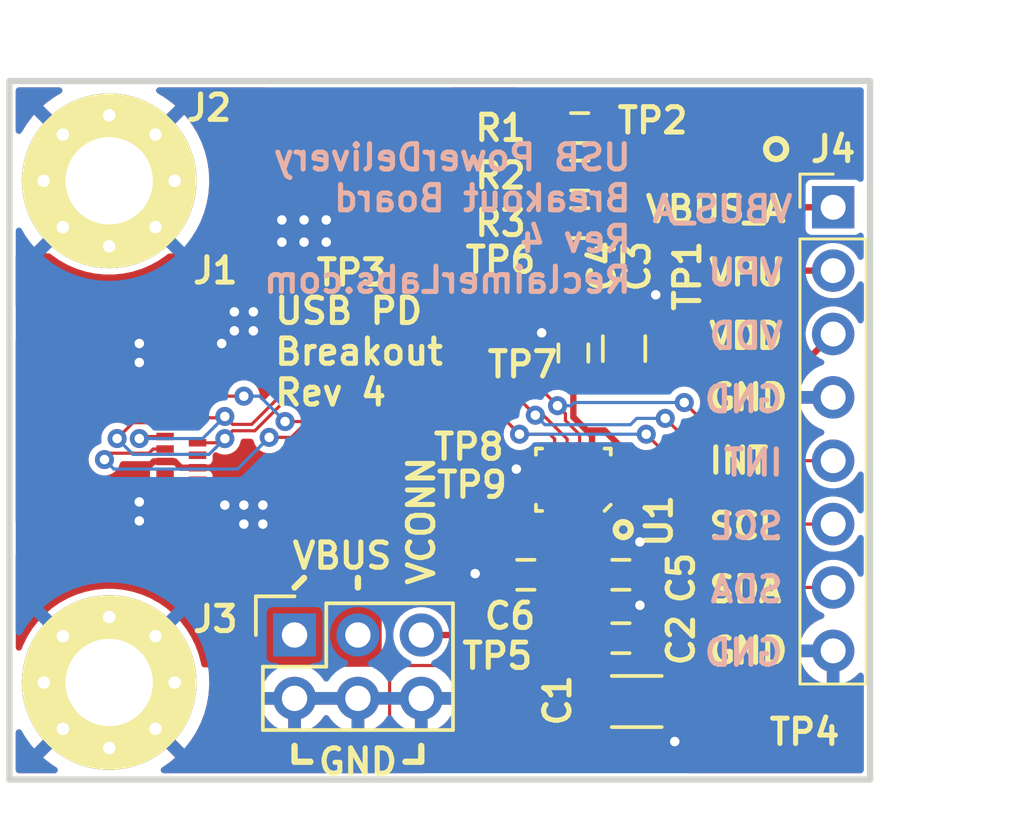
<source format=kicad_pcb>
(kicad_pcb (version 20211014) (generator pcbnew)
  (layers (0 "F.Cu" signal) (31 "B.Cu" signal) (34 "B.Paste" user) (35 "F.Paste" user) (36 "B.SilkS" user "B.Silkscreen") (37 "F.SilkS" user "F.Silkscreen") (38 "B.Mask" user) (39 "F.Mask" user) (44 "Edge.Cuts" user))
  (net 0 "")
  (net 1 "GND")
  (net 2 "Net-(J1-PadA2)")
  (net 3 "Net-(J1-PadA3)")
  (net 4 "Net-(J1-PadA8)")
  (net 5 "Net-(J1-PadA10)")
  (net 6 "Net-(J1-PadA11)")
  (net 7 "Net-(J1-PadB2)")
  (net 8 "Net-(J1-PadB3)")
  (net 9 "Net-(J1-PadB8)")
  (net 10 "Net-(J1-PadB10)")
  (net 11 "Net-(J1-PadB11)")
  (net 12 "/SDA")
  (net 13 "/SCL")
  (net 14 "/~{INT}")
  (net 15 "VCONN")
  (net 16 "VDD")
  (net 17 "/USBC_CC2")
  (net 18 "/USBC_CC1")
  (net 19 "VBUS_C")
  (net 20 "Net-(J1-PadSHLD)")
  (net 21 "VBUS_A")
  (net 22 "Net-(J2-Pad4)")
  (net 23 "Net-(J2-Pad6)")
  (net 24 "V_PULLUP")
  (net 25 "/USB20_D+")
  (net 26 "/USB20_D-")
  (footprint "Capacitors_SMD:C_1206" (layer "F.Cu") (at 126.746 98.472)
    (fp_text reference "C1" (at -3.175 -0.047 90) (layer "F.SilkS") (effects (font (size 1.016 1.016) (thickness 0.2032))))
    (fp_text value "10uF")
    (pad "1" smd rect locked (at -1.5 0) (size 1 1.6) (layers "F.Cu" "F.Paste" "F.Mask") (net 15 "VCONN"))
    (pad "2" smd rect locked (at 1.5 0) (size 1 1.6) (layers "F.Cu" "F.Paste" "F.Mask") (net 1 "GND"))
  )
  (footprint "Capacitors_SMD:C_0603" (layer "F.Cu") (at 126.111 95.932)
    (fp_text reference "C2" (at 2.413 0.08 90) (layer "F.SilkS") (effects (font (size 1.016 1.016) (thickness 0.2032))))
    (fp_text value "0.1uF")
    (pad "1" smd rect locked (at -0.75 0) (size 0.8 0.75) (layers "F.Cu" "F.Paste" "F.Mask") (net 15 "VCONN"))
    (pad "2" smd rect locked (at 0.75 0) (size 0.8 0.75) (layers "F.Cu" "F.Paste" "F.Mask") (net 1 "GND"))
  )
  (footprint "Capacitors_SMD:C_0805" (layer "F.Cu") (at 126.238 84.328 90)
    (fp_text reference "C3" (at 3.302 0.508 90) (layer "F.SilkS") (effects (font (size 1.016 1.016) (thickness 0.2032))))
    (fp_text value "1uF")
    (pad "1" smd rect locked (at -1 0 90) (size 1 1.25) (layers "F.Cu" "F.Paste" "F.Mask") (net 16 "VDD"))
    (pad "2" smd rect locked (at 1 0 90) (size 1 1.25) (layers "F.Cu" "F.Paste" "F.Mask") (net 1 "GND"))
  )
  (footprint "Capacitors_SMD:C_0603" (layer "F.Cu") (at 124.206 84.502 90)
    (fp_text reference "C4" (at 3.476 1.143 90) (layer "F.SilkS") (effects (font (size 1.016 1.016) (thickness 0.2032))))
    (fp_text value "0.1uF")
    (pad "1" smd rect locked (at -0.75 0 90) (size 0.8 0.75) (layers "F.Cu" "F.Paste" "F.Mask") (net 16 "VDD"))
    (pad "2" smd rect locked (at 0.75 0 90) (size 0.8 0.75) (layers "F.Cu" "F.Paste" "F.Mask") (net 1 "GND"))
  )
  (footprint "Capacitors_SMD:C_0603" (layer "F.Cu") (at 126.111 93.392)
    (fp_text reference "C5" (at 2.413 0.127 90) (layer "F.SilkS") (effects (font (size 1.016 1.016) (thickness 0.2032))))
    (fp_text value "470pF")
    (pad "1" smd rect locked (at -0.75 0) (size 0.8 0.75) (layers "F.Cu" "F.Paste" "F.Mask") (net 17 "/USBC_CC2"))
    (pad "2" smd rect locked (at 0.75 0) (size 0.8 0.75) (layers "F.Cu" "F.Paste" "F.Mask") (net 1 "GND"))
  )
  (footprint "Reclaimer_Labs:USB-C_Female_105450-0101" (layer "F.Cu") (at 105.725 87.6 -90)
    (fp_text reference "J1" (at -6.4 -4.13 180) (layer "F.SilkS") (effects (font (size 1.016 1.016) (thickness 0.2032))))
    (fp_text value "USB-C_Female")
    (pad "A1" smd rect locked (at -3 -3.415 270) (size 0.3 0.7) (layers "F.Cu" "F.Paste" "F.Mask") (net 1 "GND"))
    (pad "A2" smd rect locked (at -2.5 -3.415 270) (size 0.3 0.7) (layers "F.Cu" "F.Paste" "F.Mask") (net 2 "Net-(J1-PadA2)"))
    (pad "A3" smd rect locked (at -2 -3.415 270) (size 0.3 0.7) (layers "F.Cu" "F.Paste" "F.Mask") (net 3 "Net-(J1-PadA3)"))
    (pad "A4" smd rect locked (at -1.5 -3.415 270) (size 0.3 0.7) (layers "F.Cu" "F.Paste" "F.Mask") (net 19 "VBUS_C"))
    (pad "A5" smd rect locked (at -1 -3.415 270) (size 0.3 0.7) (layers "F.Cu" "F.Paste" "F.Mask") (net 18 "/USBC_CC1"))
    (pad "A6" smd rect locked (at -0.5 -3.415 270) (size 0.3 0.7) (layers "F.Cu" "F.Paste" "F.Mask") (net 25 "/USB20_D+"))
    (pad "A7" smd rect locked (at 0.5 -3.415 270) (size 0.3 0.7) (layers "F.Cu" "F.Paste" "F.Mask") (net 26 "/USB20_D-"))
    (pad "A8" smd rect locked (at 1 -3.415 270) (size 0.3 0.7) (layers "F.Cu" "F.Paste" "F.Mask") (net 4 "Net-(J1-PadA8)"))
    (pad "A9" smd rect locked (at 1.5 -3.415 270) (size 0.3 0.7) (layers "F.Cu" "F.Paste" "F.Mask") (net 19 "VBUS_C"))
    (pad "A10" smd rect locked (at 2 -3.415 270) (size 0.3 0.7) (layers "F.Cu" "F.Paste" "F.Mask") (net 5 "Net-(J1-PadA10)"))
    (pad "A11" smd rect locked (at 2.5 -3.415 270) (size 0.3 0.7) (layers "F.Cu" "F.Paste" "F.Mask") (net 6 "Net-(J1-PadA11)"))
    (pad "A12" smd rect locked (at 3 -3.415 270) (size 0.3 0.7) (layers "F.Cu" "F.Paste" "F.Mask") (net 1 "GND"))
    (pad "B1" smd rect locked (at 3.1 -2.115 270) (size 1 0.7) (layers "F.Cu" "F.Paste" "F.Mask") (net 1 "GND"))
    (pad "B2" smd rect locked (at 2.25 -2.115 270) (size 0.3 0.7) (layers "F.Cu" "F.Paste" "F.Mask") (net 7 "Net-(J1-PadB2)"))
    (pad "B3" smd rect locked (at 1.75 -2.115 270) (size 0.3 0.7) (layers "F.Cu" "F.Paste" "F.Mask") (net 8 "Net-(J1-PadB3)"))
    (pad "B4" smd rect locked (at 1.25 -2.115 270) (size 0.3 0.7) (layers "F.Cu" "F.Paste" "F.Mask") (net 19 "VBUS_C"))
    (pad "B5" smd rect locked (at 0.75 -2.115 270) (size 0.3 0.7) (layers "F.Cu" "F.Paste" "F.Mask") (net 17 "/USBC_CC2"))
    (pad "B6" smd rect locked (at 0.25 -2.115 270) (size 0.3 0.7) (layers "F.Cu" "F.Paste" "F.Mask") (net 25 "/USB20_D+"))
    (pad "B7" smd rect locked (at -0.25 -2.115 270) (size 0.3 0.7) (layers "F.Cu" "F.Paste" "F.Mask") (net 26 "/USB20_D-"))
    (pad "B8" smd rect locked (at -0.75 -2.115 270) (size 0.3 0.7) (layers "F.Cu" "F.Paste" "F.Mask") (net 9 "Net-(J1-PadB8)"))
    (pad "B9" smd rect locked (at -1.25 -2.115 270) (size 0.3 0.7) (layers "F.Cu" "F.Paste" "F.Mask") (net 19 "VBUS_C"))
    (pad "B10" smd rect locked (at -1.75 -2.115 270) (size 0.3 0.7) (layers "F.Cu" "F.Paste" "F.Mask") (net 10 "Net-(J1-PadB10)"))
    (pad "B11" smd rect locked (at -2.25 -2.115 270) (size 0.3 0.7) (layers "F.Cu" "F.Paste" "F.Mask") (net 11 "Net-(J1-PadB11)"))
    (pad "B12" smd rect locked (at -3.1 -2.115 270) (size 1 0.7) (layers "F.Cu" "F.Paste" "F.Mask") (net 1 "GND"))
    (pad "SHLD" smd oval locked (at 4.32 -3.005 270) (size 1.1 2.1) (layers *.Mask "F.Cu") (net 20 "Net-(J1-PadSHLD)"))
    (pad "SHLD" smd oval locked (at 4.32 2.355 270) (size 1.1 2.6) (layers *.Mask "F.Cu") (net 20 "Net-(J1-PadSHLD)"))
    (pad "SHLD" smd oval locked (at -4.32 2.355 270) (size 1.1 2.6) (layers *.Mask "F.Cu") (net 20 "Net-(J1-PadSHLD)"))
    (pad "SHLD" smd oval locked (at -4.32 -3.005 270) (size 1.1 2.1) (layers *.Mask "F.Cu") (net 20 "Net-(J1-PadSHLD)"))
  )
  (footprint "Reclaimer_Labs:USB_Micro-B_10118193" (layer "F.Cu") (at 115.57 76 180)
    (fp_text reference "J2" (at 5.969 1.324 180) (layer "F.SilkS") (effects (font (size 1.016 1.016) (thickness 0.2032))))
    (fp_text value "USB_OTG")
    (pad "1" smd rect locked (at -1.3 -1.725 270) (size 1.35 0.4) (layers "F.Cu" "F.Paste" "F.Mask") (net 21 "VBUS_A"))
    (pad "2" smd rect locked (at -0.65 -1.725 270) (size 1.35 0.4) (layers "F.Cu" "F.Paste" "F.Mask") (net 26 "/USB20_D-"))
    (pad "3" smd rect locked (at 0 -1.725 270) (size 1.35 0.4) (layers "F.Cu" "F.Paste" "F.Mask") (net 25 "/USB20_D+"))
    (pad "4" smd rect locked (at 0.65 -1.725 270) (size 1.35 0.4) (layers "F.Cu" "F.Paste" "F.Mask") (net 22 "Net-(J2-Pad4)"))
    (pad "5" smd rect locked (at 1.3 -1.725 270) (size 1.35 0.4) (layers "F.Cu" "F.Paste" "F.Mask") (net 1 "GND"))
    (pad "6" smd rect locked (at 1.2 0.95 270) (size 1.9 1.9) (layers "F.Cu" "F.Paste" "F.Mask") (net 23 "Net-(J2-Pad6)"))
    (pad "6" smd rect locked (at -1.2 0.95 270) (size 1.9 1.9) (layers "F.Cu" "F.Paste" "F.Mask") (net 23 "Net-(J2-Pad6)"))
    (pad "7" smd rect locked (at -3.2 -1.5 270) (size 1.6 1.4) (layers "F.Cu" "F.Paste" "F.Mask"))
    (pad "8" smd rect locked (at 3.2 -1.5 270) (size 1.6 1.4) (layers "F.Cu" "F.Paste" "F.Mask"))
    (pad "9" smd oval locked (at -3.3 0.95 180) (size 0.9 1.6) (layers "F.Cu" "F.Paste" "F.Mask"))
    (pad "10" smd oval locked (at 3.3 0.95 180) (size 0.9 1.6) (layers "F.Cu" "F.Paste" "F.Mask"))
  )
  (footprint "Capacitors_SMD:C_0603" (layer "F.Cu") (at 124.46 75.485 180)
    (fp_text reference "R1" (at 3.175 0 180) (layer "F.SilkS") (effects (font (size 1.016 1.016) (thickness 0.2032))))
    (fp_text value "4.7k")
    (pad "1" smd rect locked (at -0.75 0 180) (size 0.8 0.75) (layers "F.Cu" "F.Paste" "F.Mask") (net 24 "V_PULLUP"))
    (pad "2" smd rect locked (at 0.75 0 180) (size 0.8 0.75) (layers "F.Cu" "F.Paste" "F.Mask") (net 12 "/SDA"))
  )
  (footprint "Capacitors_SMD:C_0603" (layer "F.Cu") (at 124.46 77.39 180)
    (fp_text reference "R2" (at 3.175 0 180) (layer "F.SilkS") (effects (font (size 1.016 1.016) (thickness 0.2032))))
    (fp_text value "4.7k")
    (pad "1" smd rect locked (at -0.75 0 180) (size 0.8 0.75) (layers "F.Cu" "F.Paste" "F.Mask") (net 24 "V_PULLUP"))
    (pad "2" smd rect locked (at 0.75 0 180) (size 0.8 0.75) (layers "F.Cu" "F.Paste" "F.Mask") (net 13 "/SCL"))
  )
  (footprint "Capacitors_SMD:C_0603" (layer "F.Cu") (at 124.46 79.295 180)
    (fp_text reference "R3" (at 3.175 0 180) (layer "F.SilkS") (effects (font (size 1.016 1.016) (thickness 0.2032))))
    (fp_text value "4.7k")
    (pad "1" smd rect locked (at -0.75 0 180) (size 0.8 0.75) (layers "F.Cu" "F.Paste" "F.Mask") (net 24 "V_PULLUP"))
    (pad "2" smd rect locked (at 0.75 0 180) (size 0.8 0.75) (layers "F.Cu" "F.Paste" "F.Mask") (net 14 "/~{INT}"))
  )
  (footprint "Reclaimer_Labs:MLP_14" (layer "F.Cu") (at 124.206 89.582 180)
    (fp_text reference "U1" (at -3.429 -1.651 270) (layer "F.SilkS") (effects (font (size 1.016 1.016) (thickness 0.2032))))
    (fp_text value "FUSB302BMPX")
    (pad "1" smd rect locked (at -1.215 -0.5 270) (size 0.3 0.58) (layers "F.Cu" "F.Paste" "F.Mask") (net 17 "/USBC_CC2"))
    (pad "2" smd rect locked (at -1.215 0 270) (size 0.3 0.58) (layers "F.Cu" "F.Paste" "F.Mask") (net 19 "VBUS_C"))
    (pad "3" smd rect locked (at -1.215 0.5 270) (size 0.3 0.58) (layers "F.Cu" "F.Paste" "F.Mask") (net 16 "VDD"))
    (pad "4" smd rect locked (at -0.75 1.215 180) (size 0.3 0.58) (layers "F.Cu" "F.Paste" "F.Mask") (net 16 "VDD"))
    (pad "5" smd rect locked (at -0.25 1.215 180) (size 0.3 0.58) (layers "F.Cu" "F.Paste" "F.Mask") (net 14 "/~{INT}"))
    (pad "6" smd rect locked (at 0.25 1.215 180) (size 0.3 0.58) (layers "F.Cu" "F.Paste" "F.Mask") (net 13 "/SCL"))
    (pad "7" smd rect locked (at 0.75 1.215 180) (size 0.3 0.58) (layers "F.Cu" "F.Paste" "F.Mask") (net 12 "/SDA"))
    (pad "8" smd rect locked (at 1.215 0.5 270) (size 0.3 0.58) (layers "F.Cu" "F.Paste" "F.Mask") (net 1 "GND"))
    (pad "9" smd rect locked (at 1.215 0 270) (size 0.3 0.58) (layers "F.Cu" "F.Paste" "F.Mask") (net 1 "GND"))
    (pad "10" smd rect locked (at 1.215 -0.5 270) (size 0.3 0.58) (layers "F.Cu" "F.Paste" "F.Mask") (net 18 "/USBC_CC1"))
    (pad "11" smd rect locked (at 0.75 -1.215 180) (size 0.3 0.58) (layers "F.Cu" "F.Paste" "F.Mask") (net 18 "/USBC_CC1"))
    (pad "12" smd rect locked (at 0.25 -1.215 180) (size 0.3 0.58) (layers "F.Cu" "F.Paste" "F.Mask") (net 15 "VCONN"))
    (pad "13" smd rect locked (at -0.25 -1.215 180) (size 0.3 0.58) (layers "F.Cu" "F.Paste" "F.Mask") (net 15 "VCONN"))
    (pad "14" smd rect locked (at -0.75 -1.215 180) (size 0.3 0.58) (layers "F.Cu" "F.Paste" "F.Mask") (net 17 "/USBC_CC2"))
    (pad "15" smd rect locked (at 0 0 270) (size 1.45 1.45) (layers "F.Cu" "F.Paste" "F.Mask") (net 1 "GND"))
  )
  (footprint "Socket_Strips:Socket_Strip_Straight_2x03" (layer "F.Cu") (at 113.03 95.805)
    (fp_text reference "J3" (at -3.175 -0.635 180) (layer "F.SilkS") (effects (font (size 1.016 1.016) (thickness 0.2032))))
    (fp_text value "CONN_02X03")
    (pad "1" thru_hole rect locked (at 0 0) (size 1.7272 1.7272) (drill 1.016) (layers *.Cu *.Mask) (net 19 "VBUS_C"))
    (pad "2" thru_hole oval locked (at 0 2.54) (size 1.7272 1.7272) (drill 1.016) (layers *.Cu *.Mask) (net 1 "GND"))
    (pad "3" thru_hole oval locked (at 2.54 0) (size 1.7272 1.7272) (drill 1.016) (layers *.Cu *.Mask) (net 19 "VBUS_C"))
    (pad "4" thru_hole oval locked (at 2.54 2.54) (size 1.7272 1.7272) (drill 1.016) (layers *.Cu *.Mask) (net 1 "GND"))
    (pad "5" thru_hole oval locked (at 5.08 0) (size 1.7272 1.7272) (drill 1.016) (layers *.Cu *.Mask) (net 15 "VCONN"))
    (pad "6" thru_hole oval locked (at 5.08 2.54) (size 1.7272 1.7272) (drill 1.016) (layers *.Cu *.Mask) (net 1 "GND"))
  )
  (footprint "Reclaimer_Labs:MountingHole_3.5mm_Pad_Via" (layer "F.Cu") (at 105.6 97.71)
    (fp_text reference "X1" hide)
    (fp_text value "MTHOLE")
    (pad "1" thru_hole circle locked (at 0 2.625) (size 0.6 0.6) (drill 0.5) (layers *.Cu *.Mask) (net 1 "GND"))
    (pad "1" thru_hole circle locked (at 0 -2.625) (size 0.6 0.6) (drill 0.5) (layers *.Cu *.Mask) (net 1 "GND"))
    (pad "1" thru_hole circle locked (at -1.856155 -1.856155) (size 0.6 0.6) (drill 0.5) (layers *.Cu *.Mask) (net 1 "GND"))
    (pad "1" thru_hole circle locked (at -2.625 0) (size 0.6 0.6) (drill 0.5) (layers *.Cu *.Mask) (net 1 "GND"))
    (pad "1" thru_hole circle locked (at 2.625 0) (size 0.6 0.6) (drill 0.5) (layers *.Cu *.Mask) (net 1 "GND"))
    (pad "1" thru_hole circle locked (at 0 0) (size 7 7) (drill 3.5) (layers *.Cu *.Mask "F.SilkS") (net 1 "GND"))
    (pad "1" thru_hole circle locked (at 1.856155 1.856155) (size 0.6 0.6) (drill 0.5) (layers *.Cu *.Mask) (net 1 "GND"))
    (pad "1" thru_hole circle locked (at 1.856155 -1.856155) (size 0.6 0.6) (drill 0.5) (layers *.Cu *.Mask) (net 1 "GND"))
    (pad "1" thru_hole circle locked (at -1.856155 1.856155) (size 0.6 0.6) (drill 0.5) (layers *.Cu *.Mask) (net 1 "GND"))
  )
  (footprint "Reclaimer_Labs:MountingHole_3.5mm_Pad_Via" (layer "F.Cu") (at 105.6 77.6)
    (fp_text reference "X2" hide)
    (fp_text value "MTHOLE")
    (pad "1" thru_hole circle locked (at -2.625 0) (size 0.6 0.6) (drill 0.5) (layers *.Cu *.Mask) (net 1 "GND"))
    (pad "1" thru_hole circle locked (at 1.856155 1.856155) (size 0.6 0.6) (drill 0.5) (layers *.Cu *.Mask) (net 1 "GND"))
    (pad "1" thru_hole circle locked (at 1.856155 -1.856155) (size 0.6 0.6) (drill 0.5) (layers *.Cu *.Mask) (net 1 "GND"))
    (pad "1" thru_hole circle locked (at 0 2.625) (size 0.6 0.6) (drill 0.5) (layers *.Cu *.Mask) (net 1 "GND"))
    (pad "1" thru_hole circle locked (at 0 -2.625) (size 0.6 0.6) (drill 0.5) (layers *.Cu *.Mask) (net 1 "GND"))
    (pad "1" thru_hole circle locked (at -1.856155 -1.856155) (size 0.6 0.6) (drill 0.5) (layers *.Cu *.Mask) (net 1 "GND"))
    (pad "1" thru_hole circle locked (at 2.625 0) (size 0.6 0.6) (drill 0.5) (layers *.Cu *.Mask) (net 1 "GND"))
    (pad "1" thru_hole circle locked (at 0 0) (size 7 7) (drill 3.5) (layers *.Cu *.Mask "F.SilkS") (net 1 "GND"))
    (pad "1" thru_hole circle locked (at -1.856155 1.856155) (size 0.6 0.6) (drill 0.5) (layers *.Cu *.Mask) (net 1 "GND"))
  )
  (footprint "Socket_Strips:Socket_Strip_Straight_1x08_Pitch2.54mm" (layer "F.Cu") (at 134.62 78.66)
    (fp_text reference "J4" (at 0 -2.33) (layer "F.SilkS") (effects (font (size 1.016 1.016) (thickness 0.2032))))
    (fp_text value "Conn_01x08_Male")
    (pad "1" thru_hole rect locked (at 0 0) (size 1.7 1.7) (drill 1) (layers *.Cu *.Mask) (net 21 "VBUS_A"))
    (pad "2" thru_hole oval locked (at 0 2.54) (size 1.7 1.7) (drill 1) (layers *.Cu *.Mask) (net 24 "V_PULLUP"))
    (pad "3" thru_hole oval locked (at 0 5.08) (size 1.7 1.7) (drill 1) (layers *.Cu *.Mask) (net 16 "VDD"))
    (pad "4" thru_hole oval locked (at 0 7.62) (size 1.7 1.7) (drill 1) (layers *.Cu *.Mask) (net 1 "GND"))
    (pad "5" thru_hole oval locked (at 0 10.16) (size 1.7 1.7) (drill 1) (layers *.Cu *.Mask) (net 14 "/~{INT}"))
    (pad "6" thru_hole oval locked (at 0 12.7) (size 1.7 1.7) (drill 1) (layers *.Cu *.Mask) (net 13 "/SCL"))
    (pad "7" thru_hole oval locked (at 0 15.24) (size 1.7 1.7) (drill 1) (layers *.Cu *.Mask) (net 12 "/SDA"))
    (pad "8" thru_hole oval locked (at 0 17.78) (size 1.7 1.7) (drill 1) (layers *.Cu *.Mask) (net 1 "GND"))
  )
  (footprint "Jason_Custom_Home:TP" (layer "F.Cu") (at 128.905 83.82)
    (fp_text reference "TP1" (at -0.127 -2.413 90) (layer "F.SilkS") (effects (font (size 1.016 1.016) (thickness 0.2032))))
    (fp_text value "TEST_1P" hide)
    (pad "1" smd circle locked (at 0 0) (size 1.27 1.27) (layers "F.Cu" "F.Mask") (net 16 "VDD"))
  )
  (footprint "Jason_Custom_Home:TP" (layer "F.Cu") (at 127.381 77.089)
    (fp_text reference "TP2" (at 0 -1.905) (layer "F.SilkS") (effects (font (size 1.016 1.016) (thickness 0.2032))))
    (fp_text value "TEST_1P" hide)
    (pad "1" smd circle locked (at 0 0) (size 1.27 1.27) (layers "F.Cu" "F.Mask") (net 24 "V_PULLUP"))
  )
  (footprint "Jason_Custom_Home:TP" (layer "F.Cu") (at 117.602 80.899)
    (fp_text reference "TP3" (at -2.286 0.381) (layer "F.SilkS") (effects (font (size 1.016 1.016) (thickness 0.2032))))
    (fp_text value "TEST_1P" hide)
    (pad "1" smd circle locked (at 0 0) (size 1.27 1.27) (layers "F.Cu" "F.Mask") (net 21 "VBUS_A"))
  )
  (footprint "Jason_Custom_Home:TP" (layer "F.Cu") (at 130.937 99.695)
    (fp_text reference "TP4" (at 2.54 0) (layer "F.SilkS") (effects (font (size 1.016 1.016) (thickness 0.2032))))
    (fp_text value "TEST_1P" hide)
    (pad "1" smd circle locked (at 0 0) (size 1.27 1.27) (layers "F.Cu" "F.Mask") (net 19 "VBUS_C"))
  )
  (footprint "Jason_Custom_Home:TP" (layer "F.Cu") (at 123.571 96.266)
    (fp_text reference "TP5" (at -2.413 0.381) (layer "F.SilkS") (effects (font (size 1.016 1.016) (thickness 0.2032))))
    (fp_text value "TEST_1P" hide)
    (pad "1" smd circle locked (at 0 0) (size 1.27 1.27) (layers "F.Cu" "F.Mask") (net 15 "VCONN"))
  )
  (footprint "Jason_Custom_Home:TP" (layer "F.Cu") (at 123.444 81.788)
    (fp_text reference "TP6" (at -2.159 -1.016) (layer "F.SilkS") (effects (font (size 1.016 1.016) (thickness 0.2032))))
    (fp_text value "TEST_1P" hide)
    (pad "1" smd circle locked (at 0 0) (size 1.27 1.27) (layers "F.Cu" "F.Mask") (net 14 "/~{INT}"))
  )
  (footprint "Jason_Custom_Home:TP" (layer "F.Cu") (at 120.777 83.185)
    (fp_text reference "TP7" (at 1.397 1.778 180) (layer "F.SilkS") (effects (font (size 1.016 1.016) (thickness 0.2032))))
    (fp_text value "TEST_1P" hide)
    (pad "1" smd circle locked (at 0 0) (size 1.27 1.27) (layers "F.Cu" "F.Mask") (net 13 "/SCL"))
  )
  (footprint "Jason_Custom_Home:TP" (layer "F.Cu") (at 119.761 86.487)
    (fp_text reference "TP8" (at 0.254 1.778 180) (layer "F.SilkS") (effects (font (size 1.016 1.016) (thickness 0.2032))))
    (fp_text value "TEST_1P" hide)
    (pad "1" smd circle locked (at 0 0) (size 1.27 1.27) (layers "F.Cu" "F.Mask") (net 12 "/SDA"))
  )
  (footprint "Jason_Custom_Home:TP" (layer "F.Cu") (at 119.761 91.567)
    (fp_text reference "TP9" (at 0.381 -1.778 180) (layer "F.SilkS") (effects (font (size 1.016 1.016) (thickness 0.2032))))
    (fp_text value "TEST_1P" hide)
    (pad "1" smd circle locked (at 0 0) (size 1.27 1.27) (layers "F.Cu" "F.Mask") (net 1 "GND"))
  )
  (footprint "Capacitors_SMD:C_0603" (layer "F.Cu") (at 122.301 93.392 180)
    (fp_text reference "C6" (at 0.635 -1.651) (layer "F.SilkS") (effects (font (size 1.016 1.016) (thickness 0.2032))))
    (fp_text value "470pF")
    (pad "1" smd rect locked (at -0.75 0 180) (size 0.8 0.75) (layers "F.Cu" "F.Paste" "F.Mask") (net 18 "/USBC_CC1"))
    (pad "2" smd rect locked (at 0.75 0 180) (size 0.8 0.75) (layers "F.Cu" "F.Paste" "F.Mask") (net 1 "GND"))
  )
  (gr_line (start 117.475 100.885) (end 118.11 100.885) (layer "F.SilkS") (width 0.254))
  (gr_line (start 118.11 100.885) (end 118.11 100.25) (layer "F.SilkS") (width 0.254))
  (gr_line (start 113.665 100.885) (end 113.03 100.885) (layer "F.SilkS") (width 0.254))
  (gr_line (start 113.03 100.885) (end 113.03 100.25) (layer "F.SilkS") (width 0.254))
  (gr_line (start 113.03 93.9) (end 113.411 93.519) (layer "F.SilkS") (width 0.254))
  (gr_circle (center 132.334 76.327) (end 132.715 76.454) (layer "F.SilkS") (width 0.254) (fill none))
  (gr_line (start 115.57 93.9) (end 115.57 93.519) (layer "F.SilkS") (width 0.254))
  (gr_line (start 101.6 73.6) (end 136.1 73.6) (layer "Edge.Cuts") (width 0.254))
  (gr_line (start 101.6 101.6) (end 101.6 73.6) (layer "Edge.Cuts") (width 0.254))
  (gr_line (start 136.1 101.6) (end 101.6 101.6) (layer "Edge.Cuts") (width 0.254))
  (gr_line (start 136.1 73.6) (end 136.1 101.6) (layer "Edge.Cuts") (width 0.254))
  (gr_text "GND" (at 132.715 96.52) (layer "B.SilkS") (effects (font (size 1.016 1.016) (thickness 0.2032)) (justify left mirror)))
  (gr_text "SCL" (at 132.715 91.44) (layer "B.SilkS") (effects (font (size 1.016 1.016) (thickness 0.2032)) (justify left mirror)))
  (gr_text "VBUS_A" (at 133.096 78.74) (layer "B.SilkS") (effects (font (size 1.016 1.016) (thickness 0.2032)) (justify left mirror)))
  (gr_text "VPU" (at 132.715 81.28) (layer "B.SilkS") (effects (font (size 1.016 1.016) (thickness 0.2032)) (justify left mirror)))
  (gr_text "INT" (at 132.715 88.9) (layer "B.SilkS") (effects (font (size 1.016 1.016) (thickness 0.2032)) (justify left mirror)))
  (gr_text "SDA" (at 132.715 93.98) (layer "B.SilkS") (effects (font (size 1.016 1.016) (thickness 0.2032)) (justify left mirror)))
  (gr_text "GND" (at 132.715 86.36) (layer "B.SilkS") (effects (font (size 1.016 1.016) (thickness 0.2032)) (justify left mirror)))
  (gr_text "VDD" (at 132.715 83.82) (layer "B.SilkS") (effects (font (size 1.016 1.016) (thickness 0.2032)) (justify left mirror)))
  (gr_text "USB PowerDelivery\nBreakout Board\nRev 4\nReclaimerLabs.com" (at 126.619 79.121) (layer "B.SilkS") (effects (font (size 1.016 1.016) (thickness 0.2032)) (justify left mirror)))
  (gr_text "VDD" (at 129.54 83.82) (layer "F.SilkS") (effects (font (size 1.016 1.016) (thickness 0.2032)) (justify left)))
  (gr_text "GND" (at 115.57 100.885) (layer "F.SilkS") (effects (font (size 1.016 1.016) (thickness 0.2032))))
  (gr_text "VBUS_A" (at 127 78.74) (layer "F.SilkS") (effects (font (size 1.016 1.016) (thickness 0.2032)) (justify left)))
  (gr_text "USB PD\nBreakout\nRev 4" (at 112.141 84.455) (layer "F.SilkS") (effects (font (size 1.016 1.016) (thickness 0.2032)) (justify left)))
  (gr_text "VCONN" (at 118.11 93.9 90) (layer "F.SilkS") (effects (font (size 1.016 1.016) (thickness 0.2032)) (justify left)))
  (gr_text "SDA" (at 129.54 93.98) (layer "F.SilkS") (effects (font (size 1.016 1.016) (thickness 0.2032)) (justify left)))
  (gr_text "SCL" (at 129.54 91.44) (layer "F.SilkS") (effects (font (size 1.016 1.016) (thickness 0.2032)) (justify left)))
  (gr_text "VBUS" (at 114.935 92.63) (layer "F.SilkS") (effects (font (size 1.016 1.016) (thickness 0.2032))))
  (gr_text "INT" (at 129.54 88.82) (layer "F.SilkS") (effects (font (size 1.016 1.016) (thickness 0.2032)) (justify left)))
  (gr_text "VPU" (at 129.54 81.28) (layer "F.SilkS") (effects (font (size 1.016 1.016) (thickness 0.2032)) (justify left)))
  (gr_text "GND" (at 129.54 96.44) (layer "F.SilkS") (effects (font (size 1.016 1.016) (thickness 0.2032)) (justify left)))
  (gr_text "GND" (at 129.54 86.28) (layer "F.SilkS") (effects (font (size 1.016 1.016) (thickness 0.2032)) (justify left)))
  (segment (start 107.19 84.5) (end 106.807 84.883) (width 0.254) (layer "F.Cu") (net 1))
  (segment (start 109.11 84.6) (end 107.94 84.6) (width 0.254) (layer "F.Cu") (net 1))
  (segment (start 126.238 83.328) (end 126.349 83.328) (width 0.254) (layer "F.Cu") (net 1))
  (segment (start 119.761 92.837) (end 119.761 91.567) (width 0.127) (layer "F.Cu") (net 1))
  (segment (start 126.861 94.627) (end 126.873 94.615) (width 0.254) (layer "F.Cu") (net 1))
  (segment (start 126.861 92.087) (end 126.873 92.075) (width 0.254) (layer "F.Cu") (net 1))
  (segment (start 110.234 90.6) (end 110.236 90.598) (width 0.254) (layer "F.Cu") (net 1))
  (segment (start 107.94 84.6) (end 107.84 84.5) (width 0.254) (layer "F.Cu") (net 1))
  (segment (start 110.617 83.613) (end 110.617 82.851) (width 0.254) (layer "F.Cu") (net 1))
  (segment (start 124.63 83.328) (end 124.206 83.752) (width 0.254) (layer "F.Cu") (net 1))
  (segment (start 120.316 93.392) (end 120.269 93.345) (width 0.127) (layer "F.Cu") (net 1))
  (segment (start 114.27 79.138) (end 114.3 79.168) (width 0.254) (layer "F.Cu") (net 1))
  (segment (start 120.269 93.345) (end 119.761 92.837) (width 0.127) (layer "F.Cu") (net 1))
  (segment (start 122.991 89.582) (end 124.206 89.582) (width 0.127) (layer "F.Cu") (net 1))
  (segment (start 122.995 83.752) (end 122.936 83.693) (width 0.254) (layer "F.Cu") (net 1))
  (segment (start 110.998 90.598) (end 111.76 90.598) (width 0.254) (layer "F.Cu") (net 1))
  (segment (start 122.991 89.582) (end 122.574 89.582) (width 0.127) (layer "F.Cu") (net 1))
  (segment (start 109.63 84.6) (end 110.109 84.121) (width 0.254) (layer "F.Cu") (net 1))
  (segment (start 128.246 98.472) (end 128.246 100.052) (width 0.254) (layer "F.Cu") (net 1))
  (segment (start 111.379 82.851) (end 111.379 83.613) (width 0.254) (layer "F.Cu") (net 1))
  (segment (start 122.574 89.582) (end 122.146 89.154) (width 0.127) (layer "F.Cu") (net 1))
  (segment (start 121.551 93.392) (end 120.316 93.392) (width 0.127) (layer "F.Cu") (net 1))
  (segment (start 111.76 91.36) (end 110.998 91.36) (width 0.254) (layer "F.Cu") (net 1))
  (segment (start 123.706 89.082) (end 124.206 89.582) (width 0.127) (layer "F.Cu") (net 1))
  (segment (start 107.84 90.7) (end 106.832 90.7) (width 0.254) (layer "F.Cu") (net 1))
  (segment (start 113.411 79.168) (end 112.522 79.168) (width 0.254) (layer "F.Cu") (net 1))
  (segment (start 126.861 93.392) (end 126.861 92.087) (width 0.254) (layer "F.Cu") (net 1))
  (segment (start 126.861 94.603) (end 126.873 94.615) (width 0.254) (layer "F.Cu") (net 1))
  (segment (start 126.349 83.328) (end 127.508 82.169) (width 0.254) (layer "F.Cu") (net 1))
  (segment (start 109.11 90.6) (end 107.94 90.6) (width 0.254) (layer "F.Cu") (net 1))
  (segment (start 122.574 89.082) (end 122.502 89.154) (width 0.127) (layer "F.Cu") (net 1))
  (segment (start 122.502 89.154) (end 122.146 89.154) (width 0.127) (layer "F.Cu") (net 1))
  (segment (start 106.832 90.7) (end 106.807 90.725) (width 0.254) (layer "F.Cu") (net 1))
  (segment (start 114.3 80.057) (end 113.411 80.057) (width 0.254) (layer "F.Cu") (net 1))
  (segment (start 107.84 84.5) (end 107.19 84.5) (width 0.254) (layer "F.Cu") (net 1))
  (segment (start 114.27 77.725) (end 114.27 79.138) (width 0.254) (layer "F.Cu") (net 1))
  (segment (start 107.94 90.6) (end 107.84 90.7) (width 0.254) (layer "F.Cu") (net 1))
  (segment (start 124.206 83.752) (end 122.995 83.752) (width 0.254) (layer "F.Cu") (net 1))
  (segment (start 126.861 93.392) (end 126.861 94.603) (width 0.254) (layer "F.Cu") (net 1))
  (segment (start 126.861 95.932) (end 126.861 94.627) (width 0.254) (layer "F.Cu") (net 1))
  (segment (start 107.036 90.7) (end 106.807 90.471) (width 0.254) (layer "F.Cu") (net 1))
  (segment (start 122.991 89.082) (end 123.706 89.082) (width 0.127) (layer "F.Cu") (net 1))
  (segment (start 128.246 100.052) (end 128.27 100.076) (width 0.254) (layer "F.Cu") (net 1))
  (segment (start 122.146 89.154) (end 121.92 89.154) (width 0.127) (layer "F.Cu") (net 1))
  (segment (start 109.11 84.6) (end 109.63 84.6) (width 0.254) (layer "F.Cu") (net 1))
  (segment (start 107.84 90.7) (end 107.036 90.7) (width 0.254) (layer "F.Cu") (net 1))
  (segment (start 109.11 90.6) (end 110.234 90.6) (width 0.254) (layer "F.Cu") (net 1))
  (segment (start 122.991 89.082) (end 122.574 89.082) (width 0.127) (layer "F.Cu") (net 1))
  (segment (start 126.238 83.328) (end 124.63 83.328) (width 0.254) (layer "F.Cu") (net 1))
  (via (at 126.873 92.075) (size 0.762) (drill 0.381) (layers "F.Cu" "B.Cu") (net 1))
  (via (at 113.411 79.168) (size 0.762) (drill 0.381) (layers "F.Cu" "B.Cu") (net 1))
  (via (at 111.379 82.851) (size 0.762) (drill 0.381) (layers "F.Cu" "B.Cu") (net 1))
  (via (at 106.807 91.233) (size 0.762) (drill 0.381) (layers "F.Cu" "B.Cu") (net 1))
  (via (at 114.3 79.168) (size 0.762) (drill 0.381) (layers "F.Cu" "B.Cu") (net 1))
  (via (at 112.522 79.168) (size 0.762) (drill 0.381) (layers "F.Cu" "B.Cu") (net 1))
  (via (at 114.3 80.057) (size 0.762) (drill 0.381) (layers "F.Cu" "B.Cu") (net 1))
  (via (at 128.27 100.076) (size 0.762) (drill 0.381) (layers "F.Cu" "B.Cu") (net 1))
  (via (at 110.617 83.613) (size 0.762) (drill 0.381) (layers "F.Cu" "B.Cu") (net 1))
  (via (at 106.807 84.883) (size 0.762) (drill 0.381) (layers "F.Cu" "B.Cu") (net 1))
  (via (at 106.807 90.471) (size 0.762) (drill 0.381) (layers "F.Cu" "B.Cu") (net 1))
  (via (at 106.807 84.121) (size 0.762) (drill 0.381) (layers "F.Cu" "B.Cu") (net 1))
  (via (at 127.508 82.169) (size 0.762) (drill 0.381) (layers "F.Cu" "B.Cu") (net 1))
  (via (at 110.998 91.36) (size 0.762) (drill 0.381) (layers "F.Cu" "B.Cu") (net 1))
  (via (at 120.269 93.345) (size 0.762) (drill 0.381) (layers "F.Cu" "B.Cu") (net 1))
  (via (at 110.109 84.121) (size 0.762) (drill 0.381) (layers "F.Cu" "B.Cu") (net 1))
  (via (at 113.411 80.057) (size 0.762) (drill 0.381) (layers "F.Cu" "B.Cu") (net 1))
  (via (at 111.76 90.598) (size 0.762) (drill 0.381) (layers "F.Cu" "B.Cu") (net 1))
  (via (at 111.76 91.36) (size 0.762) (drill 0.381) (layers "F.Cu" "B.Cu") (net 1))
  (via (at 110.998 90.598) (size 0.762) (drill 0.381) (layers "F.Cu" "B.Cu") (net 1))
  (via (at 126.873 94.615) (size 0.762) (drill 0.381) (layers "F.Cu" "B.Cu") (net 1))
  (via (at 121.92 89.154) (size 0.762) (drill 0.381) (layers "F.Cu" "B.Cu") (net 1))
  (via (at 110.617 82.851) (size 0.762) (drill 0.381) (layers "F.Cu" "B.Cu") (net 1))
  (via (at 112.522 80.057) (size 0.762) (drill 0.381) (layers "F.Cu" "B.Cu") (net 1))
  (via (at 110.236 90.598) (size 0.762) (drill 0.381) (layers "F.Cu" "B.Cu") (net 1))
  (via (at 122.936 83.693) (size 0.762) (drill 0.381) (layers "F.Cu" "B.Cu") (net 1))
  (via (at 111.379 83.613) (size 0.762) (drill 0.381) (layers "F.Cu" "B.Cu") (net 1))
  (segment (start 112.522 79.93) (end 112.395 80.057) (width 0.254) (layer "B.Cu") (net 1))
  (segment (start 106.807 90.471) (end 106.807 91.233) (width 0.254) (layer "B.Cu") (net 1))
  (segment (start 111.76 90.598) (end 111.76 91.36) (width 0.254) (layer "B.Cu") (net 1))
  (segment (start 112.522 79.168) (end 112.522 79.93) (width 0.254) (layer "B.Cu") (net 1))
  (segment (start 113.411 80.057) (end 113.411 79.168) (width 0.254) (layer "B.Cu") (net 1))
  (segment (start 110.109 84.121) (end 110.617 83.613) (width 0.254) (layer "B.Cu") (net 1))
  (segment (start 106.807 84.883) (end 106.807 84.121) (width 0.254) (layer "B.Cu") (net 1))
  (segment (start 110.617 82.851) (end 111.379 82.851) (width 0.254) (layer "B.Cu") (net 1))
  (segment (start 110.236 90.598) (end 110.998 90.598) (width 0.254) (layer "B.Cu") (net 1))
  (segment (start 114.3 79.168) (end 114.3 80.057) (width 0.254) (layer "B.Cu") (net 1))
  (segment (start 120.904 86.614) (end 122.047 87.757) (width 0.127) (layer "F.Cu") (net 12))
  (segment (start 120.904 86.487) (end 120.904 84.836) (width 0.127) (layer "F.Cu") (net 12))
  (segment (start 123.456 87.95) (end 123.263 87.757) (width 0.127) (layer "F.Cu") (net 12))
  (segment (start 120.904 84.836) (end 119.761 83.693) (width 0.127) (layer "F.Cu") (net 12))
  (segment (start 123.263 87.757) (end 122.047 87.757) (width 0.127) (layer "F.Cu") (net 12))
  (segment (start 119.761 80.899) (end 122.301 78.359) (width 0.127) (layer "F.Cu") (net 12))
  (segment (start 119.761 83.693) (end 119.761 80.899) (width 0.127) (layer "F.Cu") (net 12))
  (segment (start 134.62 93.9) (end 133.27 93.9) (width 0.127) (layer "F.Cu") (net 12))
  (segment (start 122.301 76.073) (end 122.889 75.485) (width 0.127) (layer "F.Cu") (net 12))
  (segment (start 133.27 93.9) (end 127.127 87.757) (width 0.127) (layer "F.Cu") (net 12))
  (segment (start 122.301 78.359) (end 122.301 76.073) (width 0.127) (layer "F.Cu") (net 12))
  (segment (start 123.456 88.367) (end 123.456 87.95) (width 0.127) (layer "F.Cu") (net 12))
  (segment (start 120.904 86.487) (end 119.761 86.487) (width 0.127) (layer "F.Cu") (net 12))
  (segment (start 120.904 86.487) (end 120.904 86.614) (width 0.127) (layer "F.Cu") (net 12))
  (segment (start 122.889 75.485) (end 123.71 75.485) (width 0.127) (layer "F.Cu") (net 12))
  (via (at 127.127 87.757) (size 0.762) (drill 0.381) (layers "F.Cu" "B.Cu") (net 12))
  (via (at 122.047 87.757) (size 0.762) (drill 0.381) (layers "F.Cu" "B.Cu") (net 12))
  (segment (start 122.047 87.757) (end 123.063 87.757) (width 0.127) (layer "B.Cu") (net 12))
  (segment (start 123.063 87.757) (end 127.127 87.757) (width 0.127) (layer "B.Cu") (net 12))
  (segment (start 123.685 77.39) (end 123.71 77.39) (width 0.127) (layer "F.Cu") (net 13))
  (segment (start 121.793 85.725) (end 121.793 83.185) (width 0.127) (layer "F.Cu") (net 13))
  (segment (start 123.956 87.95) (end 123.001 86.995) (width 0.127) (layer "F.Cu") (net 13))
  (segment (start 121.675025 83.185) (end 121.793 83.185) (width 0.127) (layer "F.Cu") (net 13))
  (segment (start 121.793 79.282) (end 123.685 77.39) (width 0.127) (layer "F.Cu") (net 13))
  (segment (start 121.793 83.185) (end 121.793 79.282) (width 0.127) (layer "F.Cu") (net 13))
  (segment (start 127.889 87.122) (end 132.127 91.36) (width 0.127) (layer "F.Cu") (net 13))
  (segment (start 123.956 88.367) (end 123.956 87.95) (width 0.127) (layer "F.Cu") (net 13))
  (segment (start 132.127 91.36) (end 134.62 91.36) (width 0.127) (layer "F.Cu") (net 13))
  (segment (start 121.793 85.787) (end 121.793 85.725) (width 0.127) (layer "F.Cu") (net 13))
  (segment (start 120.777 83.185) (end 121.675025 83.185) (width 0.127) (layer "F.Cu") (net 13))
  (segment (start 122.682 86.995) (end 121.793 86.106) (width 0.127) (layer "F.Cu") (net 13))
  (segment (start 121.793 86.106) (end 121.793 85.725) (width 0.127) (layer "F.Cu") (net 13))
  (segment (start 123.001 86.995) (end 122.682 86.995) (width 0.127) (layer "F.Cu") (net 13))
  (via (at 127.889 87.122) (size 0.762) (drill 0.381) (layers "F.Cu" "B.Cu") (net 13))
  (via (at 122.682 86.995) (size 0.762) (drill 0.381) (layers "F.Cu" "B.Cu") (net 13))
  (segment (start 122.682 86.995) (end 123.063 87.376) (width 0.127) (layer "B.Cu") (net 13))
  (segment (start 126.492 87.376) (end 126.746 87.122) (width 0.127) (layer "B.Cu") (net 13))
  (segment (start 123.063 87.376) (end 126.492 87.376) (width 0.127) (layer "B.Cu") (net 13))
  (segment (start 126.746 87.122) (end 127.889 87.122) (width 0.127) (layer "B.Cu") (net 13))
  (segment (start 123.5995 86.6425) (end 123.571 86.614) (width 0.127) (layer "F.Cu") (net 14))
  (segment (start 130.984 88.82) (end 134.62 88.82) (width 0.127) (layer "F.Cu") (net 14))
  (segment (start 124.456 87.95) (end 124.456 87.771667) (width 0.127) (layer "F.Cu") (net 14))
  (segment (start 124.456 88.367) (end 124.456 87.95) (width 0.127) (layer "F.Cu") (net 14))
  (segment (start 124.456 87.771667) (end 123.888744 87.204411) (width 0.127) (layer "F.Cu") (net 14))
  (segment (start 122.174 84.201) (end 122.174 81.788) (width 0.127) (layer "F.Cu") (net 14))
  (segment (start 122.174 80.304) (end 123.183 79.295) (width 0.127) (layer "F.Cu") (net 14))
  (segment (start 123.888744 86.931746) (end 123.571 86.614) (width 0.127) (layer "F.Cu") (net 14))
  (segment (start 122.174 85.217) (end 122.174 84.201) (width 0.127) (layer "F.Cu") (net 14))
  (segment (start 123.444 81.788) (end 122.174 81.788) (width 0.127) (layer "F.Cu") (net 14))
  (segment (start 122.174 81.788) (end 122.174 80.304) (width 0.127) (layer "F.Cu") (net 14))
  (segment (start 123.571 86.614) (end 122.174 85.217) (width 0.127) (layer "F.Cu") (net 14))
  (segment (start 123.888744 87.204411) (end 123.888744 86.931746) (width 0.127) (layer "F.Cu") (net 14))
  (segment (start 123.183 79.295) (end 123.71 79.295) (width 0.127) (layer "F.Cu") (net 14))
  (segment (start 128.651 86.487) (end 130.984 88.82) (width 0.127) (layer "F.Cu") (net 14))
  (via (at 123.571 86.614) (size 0.762) (drill 0.381) (layers "F.Cu" "B.Cu") (net 14))
  (via (at 128.651 86.487) (size 0.762) (drill 0.381) (layers "F.Cu" "B.Cu") (net 14))
  (segment (start 124.236815 86.487) (end 128.651 86.487) (width 0.127) (layer "B.Cu") (net 14))
  (segment (start 124.109815 86.614) (end 124.236815 86.487) (width 0.127) (layer "B.Cu") (net 14))
  (segment (start 123.571 86.614) (end 124.109815 86.614) (width 0.127) (layer "B.Cu") (net 14))
  (segment (start 125.336 95.932) (end 125.361 95.932) (width 0.254) (layer "F.Cu") (net 15))
  (segment (start 123.956 91.214) (end 124.206 91.464) (width 0.127) (layer "F.Cu") (net 15))
  (segment (start 125.027 96.266) (end 125.361 95.932) (width 0.254) (layer "F.Cu") (net 15))
  (segment (start 125.361 95.932) (end 125.361 98.357) (width 0.254) (layer "F.Cu") (net 15))
  (segment (start 124.456 90.797) (end 124.456 91.214) (width 0.127) (layer "F.Cu") (net 15))
  (segment (start 125.361 98.357) (end 125.246 98.472) (width 0.254) (layer "F.Cu") (net 15))
  (segment (start 124.206 94.802) (end 125.336 95.932) (width 0.254) (layer "F.Cu") (net 15))
  (segment (start 118.11 95.805) (end 121.205 95.805) (width 0.254) (layer "F.Cu") (net 15))
  (segment (start 123.571 96.266) (end 125.027 96.266) (width 0.254) (layer "F.Cu") (net 15))
  (segment (start 123.956 90.797) (end 123.956 91.214) (width 0.127) (layer "F.Cu") (net 15))
  (segment (start 124.456 91.214) (end 124.206 91.464) (width 0.127) (layer "F.Cu") (net 15))
  (segment (start 121.205 95.805) (end 123.872 98.472) (width 0.254) (layer "F.Cu") (net 15))
  (segment (start 124.206 91.464) (end 124.206 94.802) (width 0.254) (layer "F.Cu") (net 15))
  (segment (start 123.872 98.472) (end 125.246 98.472) (width 0.254) (layer "F.Cu") (net 15))
  (segment (start 124.206 85.252) (end 126.162 85.252) (width 0.254) (layer "F.Cu") (net 16))
  (segment (start 128.905 85.312) (end 128.889 85.328) (width 0.254) (layer "F.Cu") (net 16))
  (segment (start 128.889 85.328) (end 133.032 85.328) (width 0.254) (layer "F.Cu") (net 16))
  (segment (start 124.206 87.073) (end 124.206 85.252) (width 0.254) (layer "F.Cu") (net 16))
  (segment (start 124.956 87.823) (end 124.7385 87.6055) (width 0.254) (layer "F.Cu") (net 16))
  (segment (start 125.4515 87.6055) (end 124.7385 87.6055) (width 0.254) (layer "F.Cu") (net 16))
  (segment (start 128.905 83.82) (end 128.905 85.312) (width 0.254) (layer "F.Cu") (net 16))
  (segment (start 124.956 88.367) (end 124.956 87.823) (width 0.254) (layer "F.Cu") (net 16))
  (segment (start 125.421 89.082) (end 125.965 89.082) (width 0.254) (layer "F.Cu") (net 16))
  (segment (start 133.032 85.328) (end 134.62 83.74) (width 0.254) (layer "F.Cu") (net 16))
  (segment (start 126.238 88.392) (end 125.4515 87.6055) (width 0.254) (layer "F.Cu") (net 16))
  (segment (start 126.238 88.809) (end 126.238 88.392) (width 0.254) (layer "F.Cu") (net 16))
  (segment (start 126.238 85.328) (end 128.889 85.328) (width 0.254) (layer "F.Cu") (net 16))
  (segment (start 126.162 85.252) (end 126.238 85.328) (width 0.254) (layer "F.Cu") (net 16))
  (segment (start 124.7385 87.6055) (end 124.206 87.073) (width 0.254) (layer "F.Cu") (net 16))
  (segment (start 125.965 89.082) (end 126.238 88.809) (width 0.254) (layer "F.Cu") (net 16))
  (segment (start 121.158 97.028) (end 124.206 100.076) (width 0.127) (layer "F.Cu") (net 17))
  (segment (start 124.956 91.555) (end 125.488 91.555) (width 0.127) (layer "F.Cu") (net 17))
  (segment (start 126.111 94.644) (end 125.361 93.894) (width 0.127) (layer "F.Cu") (net 17))
  (segment (start 112.014 87.884) (end 112.903 87.884) (width 0.127) (layer "F.Cu") (net 17))
  (segment (start 126.111 100.076) (end 126.492 99.695) (width 0.127) (layer "F.Cu") (net 17))
  (segment (start 116.84 96.647) (end 117.221 97.028) (width 0.127) (layer "F.Cu") (net 17))
  (segment (start 107.194 88.519) (end 105.664 88.519) (width 0.127) (layer "F.Cu") (net 17))
  (segment (start 124.956 91.555) (end 124.956 91.936) (width 0.127) (layer "F.Cu") (net 17))
  (segment (start 117.221 87.884) (end 117.221 94.234) (width 0.127) (layer "F.Cu") (net 17))
  (segment (start 112.903 87.884) (end 113.284 87.503) (width 0.127) (layer "F.Cu") (net 17))
  (segment (start 126.111 96.901) (end 126.111 94.644) (width 0.127) (layer "F.Cu") (net 17))
  (segment (start 124.956 90.797) (end 124.956 91.555) (width 0.127) (layer "F.Cu") (net 17))
  (segment (start 126.023 90.082) (end 125.421 90.082) (width 0.127) (layer "F.Cu") (net 17))
  (segment (start 126.492 99.695) (end 126.492 97.282) (width 0.127) (layer "F.Cu") (net 17))
  (segment (start 107.84 88.35) (end 107.363 88.35) (width 0.127) (layer "F.Cu") (net 17))
  (segment (start 117.221 97.028) (end 121.158 97.028) (width 0.127) (layer "F.Cu") (net 17))
  (segment (start 125.488 91.555) (end 126.238 90.805) (width 0.127) (layer "F.Cu") (net 17))
  (segment (start 125.361 92.341) (end 125.361 93.392) (width 0.127) (layer "F.Cu") (net 17))
  (segment (start 125.361 93.894) (end 125.361 93.392) (width 0.127) (layer "F.Cu") (net 17))
  (segment (start 107.363 88.35) (end 107.194 88.519) (width 0.127) (layer "F.Cu") (net 17))
  (segment (start 117.221 94.234) (end 116.84 94.615) (width 0.127) (layer "F.Cu") (net 17))
  (segment (start 124.956 91.936) (end 125.361 92.341) (width 0.127) (layer "F.Cu") (net 17))
  (segment (start 124.206 100.076) (end 126.111 100.076) (width 0.127) (layer "F.Cu") (net 17))
  (segment (start 126.238 90.805) (end 126.238 90.297) (width 0.127) (layer "F.Cu") (net 17))
  (segment (start 126.492 97.282) (end 126.111 96.901) (width 0.127) (layer "F.Cu") (net 17))
  (segment (start 126.238 90.297) (end 126.023 90.082) (width 0.127) (layer "F.Cu") (net 17))
  (segment (start 116.84 87.503) (end 117.221 87.884) (width 0.127) (layer "F.Cu") (net 17))
  (segment (start 113.284 87.503) (end 116.84 87.503) (width 0.127) (layer "F.Cu") (net 17))
  (segment (start 105.664 88.519) (end 105.41 88.773) (width 0.127) (layer "F.Cu") (net 17))
  (segment (start 116.84 94.615) (end 116.84 96.647) (width 0.127) (layer "F.Cu") (net 17))
  (via (at 112.014 87.884) (size 0.762) (drill 0.381) (layers "F.Cu" "B.Cu") (net 17))
  (via (at 105.41 88.773) (size 0.762) (drill 0.381) (layers "F.Cu" "B.Cu") (net 17))
  (segment (start 112.014 87.884) (end 110.744001 89.153999) (width 0.127) (layer "B.Cu") (net 17))
  (segment (start 110.997999 88.900001) (end 112.014 87.884) (width 0.127) (layer "B.Cu") (net 17))
  (segment (start 105.41 88.773) (end 105.790999 89.153999) (width 0.127) (layer "B.Cu") (net 17))
  (segment (start 110.744001 89.153999) (end 110.489999 89.153999) (width 0.127) (layer "B.Cu") (net 17))
  (segment (start 105.790999 89.153999) (end 110.489999 89.153999) (width 0.127) (layer "B.Cu") (net 17))
  (segment (start 123.456 90.797) (end 123.456 91.428) (width 0.127) (layer "F.Cu") (net 18))
  (segment (start 122.924 91.428) (end 123.456 91.428) (width 0.127) (layer "F.Cu") (net 18))
  (segment (start 109.617 86.6) (end 109.984 86.233) (width 0.127) (layer "F.Cu") (net 18))
  (segment (start 122.574 90.082) (end 122.301 90.355) (width 0.127) (layer "F.Cu") (net 18))
  (segment (start 120.904 91.059) (end 120.904 91.567) (width 0.127) (layer "F.Cu") (net 18))
  (segment (start 120.904 91.567) (end 121.678 92.341) (width 0.127) (layer "F.Cu") (net 18))
  (segment (start 109.14 86.6) (end 109.617 86.6) (width 0.127) (layer "F.Cu") (net 18))
  (segment (start 123.051 92.341) (end 123.051 93.392) (width 0.127) (layer "F.Cu") (net 18))
  (segment (start 123.456 91.936) (end 123.051 92.341) (width 0.127) (layer "F.Cu") (net 18))
  (segment (start 122.991 90.082) (end 122.574 90.082) (width 0.127) (layer "F.Cu") (net 18))
  (segment (start 109.984 86.233) (end 110.998 86.233) (width 0.127) (layer "F.Cu") (net 18))
  (segment (start 122.301 90.805) (end 122.924 91.428) (width 0.127) (layer "F.Cu") (net 18))
  (segment (start 117.094 87.249) (end 120.904 91.059) (width 0.127) (layer "F.Cu") (net 18))
  (segment (start 112.649 87.249) (end 117.094 87.249) (width 0.127) (layer "F.Cu") (net 18))
  (segment (start 123.456 91.428) (end 123.456 91.936) (width 0.127) (layer "F.Cu") (net 18))
  (segment (start 121.678 92.341) (end 123.051 92.341) (width 0.127) (layer "F.Cu") (net 18))
  (segment (start 122.301 90.355) (end 122.301 90.805) (width 0.127) (layer "F.Cu") (net 18))
  (via (at 110.998 86.233) (size 0.762) (drill 0.381) (layers "F.Cu" "B.Cu") (net 18))
  (via (at 112.649 87.249) (size 0.762) (drill 0.381) (layers "F.Cu" "B.Cu") (net 18))
  (segment (start 111.633 86.233) (end 112.649 87.249) (width 0.127) (layer "B.Cu") (net 18))
  (segment (start 110.998 86.233) (end 111.633 86.233) (width 0.127) (layer "B.Cu") (net 18))
  (segment (start 118.364 100.838) (end 128.651 100.838) (width 0.127) (layer "F.Cu") (net 19))
  (segment (start 129.667 92.202) (end 127.047 89.582) (width 0.127) (layer "F.Cu") (net 19))
  (segment (start 129.794 99.314) (end 129.667 99.187) (width 0.127) (layer "F.Cu") (net 19))
  (segment (start 108.476 89.1) (end 109.11 89.1) (width 0.254) (layer "F.Cu") (net 19))
  (segment (start 107.158798 89.074) (end 106.68 89.074) (width 0.254) (layer "F.Cu") (net 19))
  (segment (start 129.667 99.822) (end 129.794 99.695) (width 0.127) (layer "F.Cu") (net 19))
  (segment (start 129.794 99.695) (end 129.794 99.314) (width 0.127) (layer "F.Cu") (net 19))
  (segment (start 116.84 99.314) (end 118.364 100.838) (width 0.127) (layer "F.Cu") (net 19))
  (segment (start 129.667 99.187) (end 129.667 92.202) (width 0.127) (layer "F.Cu") (net 19))
  (segment (start 116.433599 97.002599) (end 116.84 97.409) (width 0.127) (layer "F.Cu") (net 19))
  (segment (start 107.84 88.85) (end 107.382798 88.85) (width 0.254) (layer "F.Cu") (net 19))
  (segment (start 108.226 88.85) (end 108.476 89.1) (width 0.254) (layer "F.Cu") (net 19))
  (segment (start 129.794 99.695) (end 130.937 99.695) (width 0.127) (layer "F.Cu") (net 19))
  (segment (start 109.982 85.786331) (end 109.982 85.518) (width 0.254) (layer "F.Cu") (net 19))
  (segment (start 107.84 88.85) (end 108.226 88.85) (width 0.254) (layer "F.Cu") (net 19))
  (segment (start 115.57 95.805) (end 116.433599 96.668599) (width 0.127) (layer "F.Cu") (net 19))
  (segment (start 108.444 86.35) (end 108.751257 86.042743) (width 0.254) (layer "F.Cu") (net 19))
  (segment (start 116.84 97.409) (end 116.84 99.314) (width 0.127) (layer "F.Cu") (net 19))
  (segment (start 108.751257 86.042743) (end 109.725588 86.042743) (width 0.254) (layer "F.Cu") (net 19))
  (segment (start 127.047 89.582) (end 125.421 89.582) (width 0.127) (layer "F.Cu") (net 19))
  (segment (start 107.84 86.35) (end 107.236 86.35) (width 0.254) (layer "F.Cu") (net 19))
  (segment (start 109.11 89.1) (end 110.337 89.1) (width 0.254) (layer "F.Cu") (net 19))
  (segment (start 109.725588 86.042743) (end 109.982 85.786331) (width 0.254) (layer "F.Cu") (net 19))
  (segment (start 107.84 86.35) (end 108.444 86.35) (width 0.254) (layer "F.Cu") (net 19))
  (segment (start 116.433599 96.668599) (end 116.433599 97.002599) (width 0.127) (layer "F.Cu") (net 19))
  (segment (start 107.236 86.35) (end 107.166 86.28) (width 0.254) (layer "F.Cu") (net 19))
  (segment (start 107.382798 88.85) (end 107.158798 89.074) (width 0.254) (layer "F.Cu") (net 19))
  (segment (start 107.166 86.28) (end 106.553 86.28) (width 0.254) (layer "F.Cu") (net 19))
  (segment (start 128.651 100.838) (end 129.667 99.822) (width 0.127) (layer "F.Cu") (net 19))
  (segment (start 121.412 78.486) (end 121.412 75.184) (width 0.254) (layer "F.Cu") (net 21))
  (segment (start 117.602 79.502) (end 120.396 79.502) (width 0.254) (layer "F.Cu") (net 21))
  (segment (start 120.396 79.502) (end 121.412 78.486) (width 0.254) (layer "F.Cu") (net 21))
  (segment (start 116.87 77.725) (end 116.87 79.278) (width 0.254) (layer "F.Cu") (net 21))
  (segment (start 122.174 74.422) (end 126.365 74.422) (width 0.254) (layer "F.Cu") (net 21))
  (segment (start 121.412 75.184) (end 122.174 74.422) (width 0.254) (layer "F.Cu") (net 21))
  (segment (start 126.365 74.422) (end 130.603 78.66) (width 0.254) (layer "F.Cu") (net 21))
  (segment (start 117.602 80.899) (end 117.602 79.502) (width 0.254) (layer "F.Cu") (net 21))
  (segment (start 117.094 79.502) (end 117.602 79.502) (width 0.254) (layer "F.Cu") (net 21))
  (segment (start 130.603 78.66) (end 134.62 78.66) (width 0.254) (layer "F.Cu") (net 21))
  (segment (start 116.87 79.278) (end 117.094 79.502) (width 0.254) (layer "F.Cu") (net 21))
  (segment (start 125.235 79.295) (end 125.21 79.295) (width 0.254) (layer "F.Cu") (net 24))
  (segment (start 125.21 75.485) (end 125.21 77.39) (width 0.254) (layer "F.Cu") (net 24))
  (segment (start 127.14 81.2) (end 125.235 79.295) (width 0.254) (layer "F.Cu") (net 24))
  (segment (start 125.21 77.39) (end 127.08 77.39) (width 0.254) (layer "F.Cu") (net 24))
  (segment (start 127.08 77.39) (end 127.381 77.089) (width 0.254) (layer "F.Cu") (net 24))
  (segment (start 134.62 81.2) (end 127.14 81.2) (width 0.254) (layer "F.Cu") (net 24))
  (segment (start 125.21 77.39) (end 125.21 79.295) (width 0.254) (layer "F.Cu") (net 24))
  (segment (start 110.179588 87.1) (end 110.234413 87.045175) (width 0.127) (layer "F.Cu") (net 25))
  (segment (start 109.11 87.1) (end 110.179588 87.1) (width 0.127) (layer "F.Cu") (net 25))
  (segment (start 115.57 78.8575) (end 115.57 77.845) (width 0.127) (layer "F.Cu") (net 25))
  (segment (start 107.84 87.85) (end 106.888 87.85) (width 0.127) (layer "F.Cu") (net 25))
  (segment (start 110.234413 87.045175) (end 110.552715 87.363477) (width 0.127) (layer "F.Cu") (net 25))
  (segment (start 115.768 79.0555) (end 115.57 78.8575) (width 0.127) (layer "F.Cu") (net 25))
  (segment (start 110.552715 87.363477) (end 111.311523 87.363477) (width 0.127) (layer "F.Cu") (net 25))
  (segment (start 109.11 87.1) (end 109.617 87.1) (width 0.127) (layer "F.Cu") (net 25))
  (segment (start 115.768 82.907) (end 115.768 79.0555) (width 0.127) (layer "F.Cu") (net 25))
  (segment (start 111.311523 87.363477) (end 115.768 82.907) (width 0.127) (layer "F.Cu") (net 25))
  (segment (start 106.888 87.85) (end 106.807 87.931) (width 0.127) (layer "F.Cu") (net 25))
  (via (at 106.807 87.931) (size 0.762) (drill 0.381) (layers "F.Cu" "B.Cu") (net 25))
  (via (at 110.234413 87.045175) (size 0.762) (drill 0.381) (layers "F.Cu" "B.Cu") (net 25))
  (segment (start 106.807 87.931) (end 109.348588 87.931) (width 0.127) (layer "B.Cu") (net 25))
  (segment (start 109.348588 87.931) (end 109.853414 87.426174) (width 0.127) (layer "B.Cu") (net 25))
  (segment (start 109.853414 87.426174) (end 110.234413 87.045175) (width 0.127) (layer "B.Cu") (net 25))
  (segment (start 116.22 78.8575) (end 116.22 77.845) (width 0.127) (layer "F.Cu") (net 26))
  (segment (start 116.022 83.034) (end 116.022 79.0555) (width 0.127) (layer "F.Cu") (net 26))
  (segment (start 116.022 79.0555) (end 116.22 78.8575) (width 0.127) (layer "F.Cu") (net 26))
  (segment (start 111.438525 87.617475) (end 116.022 83.034) (width 0.127) (layer "F.Cu") (net 26))
  (segment (start 110.552715 87.617475) (end 111.438525 87.617475) (width 0.127) (layer "F.Cu") (net 26))
  (segment (start 110.236005 87.934185) (end 110.552715 87.617475) (width 0.127) (layer "F.Cu") (net 26))
  (segment (start 110.07019 88.1) (end 110.236005 87.934185) (width 0.127) (layer "F.Cu") (net 26))
  (segment (start 106.553 87.296) (end 105.918 87.931) (width 0.127) (layer "F.Cu") (net 26))
  (segment (start 107.309 87.296) (end 106.553 87.296) (width 0.127) (layer "F.Cu") (net 26))
  (segment (start 109.11 88.1) (end 110.07019 88.1) (width 0.127) (layer "F.Cu") (net 26))
  (segment (start 107.363 87.35) (end 107.309 87.296) (width 0.127) (layer "F.Cu") (net 26))
  (segment (start 107.84 87.35) (end 107.363 87.35) (width 0.127) (layer "F.Cu") (net 26))
  (via (at 105.918 87.931) (size 0.762) (drill 0.381) (layers "F.Cu" "B.Cu") (net 26))
  (via (at 110.236005 87.934185) (size 0.762) (drill 0.381) (layers "F.Cu" "B.Cu") (net 26))
  (segment (start 106.553 88.566) (end 109.60419 88.566) (width 0.127) (layer "B.Cu") (net 26))
  (segment (start 109.855006 88.315184) (end 110.236005 87.934185) (width 0.127) (layer "B.Cu") (net 26))
  (segment (start 105.918 87.931) (end 106.553 88.566) (width 0.127) (layer "B.Cu") (net 26))
  (segment (start 109.60419 88.566) (end 109.855006 88.315184) (width 0.127) (layer "B.Cu") (net 26))
  (zone (net 19) (net_name "VBUS_C") (layer "F.Cu") (priority 4) (connect_pads yes (clearance 0.254)) (min_thickness 0.254) (fill yes (thermal_gap 0.508) (thermal_bridge_width 0.508))
    (polygon (pts (xy 116.84 97.075) (xy 116.84 84.328) (xy 113.03 80.518) (xy 101.6 80.5015) (xy 101.6 97.1385)))
  )
  (zone (net 1) (net_name "GND") (layer "F.Cu") (connect_pads (clearance 0.254)) (min_thickness 0.254) (fill yes (thermal_gap 0.508) (thermal_bridge_width 0.508))
    (polygon (pts (xy 101.6 101.6) (xy 101.6 73.6) (xy 136.1 73.6) (xy 136.1 101.6)))
  )
  (zone (net 1) (net_name "GND") (layer "F.Cu") (priority 6) (connect_pads yes (clearance 0.254)) (min_thickness 0.254) (fill yes (thermal_gap 0.508) (thermal_bridge_width 0.508))
    (polygon (pts (xy 106.68 85.264) (xy 106.426 85.01) (xy 106.426 83.994) (xy 106.68 83.74) (xy 107.569 83.74) (xy 107.696 83.867) (xy 109.474 83.867) (xy 109.855 83.486) (xy 109.855 82.851) (xy 110.236 82.47) (xy 111.506 82.47) (xy 111.76 82.724) (xy 111.76 83.74) (xy 111.506 83.994) (xy 110.744 83.994) (xy 109.855 84.883) (xy 108.585 84.883) (xy 108.458 85.01) (xy 107.315 85.01) (xy 107.061 85.264)))
  )
  (zone (net 1) (net_name "GND") (layer "F.Cu") (priority 6) (connect_pads yes (clearance 0.254)) (min_thickness 0.254) (fill yes (thermal_gap 0.508) (thermal_bridge_width 0.508))
    (polygon (pts (xy 106.68 90.09) (xy 108.204 90.09) (xy 108.458 90.344) (xy 109.728 90.344) (xy 109.855 90.217) (xy 111.887 90.217) (xy 112.141 90.471) (xy 112.141 91.487) (xy 111.887 91.741) (xy 110.109 91.741) (xy 109.347 90.979) (xy 108.585 90.979) (xy 108.331 91.233) (xy 107.823 91.233) (xy 107.442 91.614) (xy 106.68 91.614) (xy 106.426 91.36) (xy 106.426 90.344)))
  )
  (zone (net 1) (net_name "GND") (layer "F.Cu") (priority 2) (connect_pads yes (clearance 0.254)) (min_thickness 0.254) (fill yes (thermal_gap 0.508) (thermal_bridge_width 0.508))
    (polygon (pts (xy 113.665 76.755) (xy 114.935 76.755) (xy 114.935 80.565) (xy 113.665 80.565)))
  )
  (zone (net 1) (net_name "GND") (layer "B.Cu") (connect_pads (clearance 0.254)) (min_thickness 0.254) (fill yes (thermal_gap 0.508) (thermal_bridge_width 0.508))
    (polygon (pts (xy 101.6 101.6) (xy 101.6 73.6) (xy 136.1 73.6) (xy 136.1 101.6)))
  )
)
</source>
